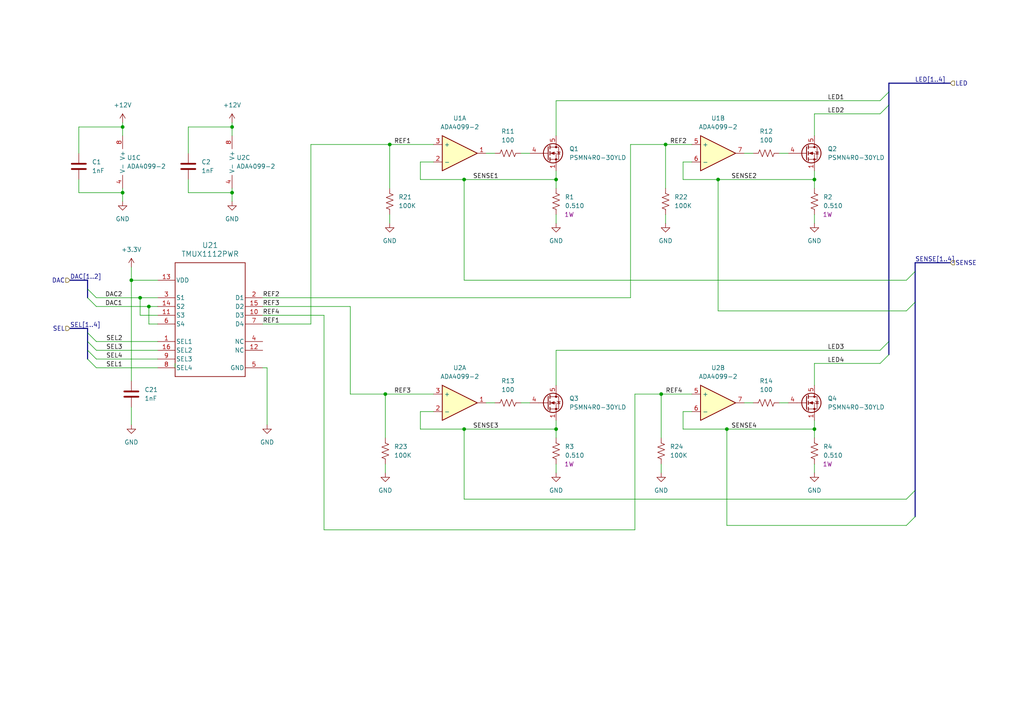
<source format=kicad_sch>
(kicad_sch (version 20230121) (generator eeschema)
  (paper "A4")
  (lib_symbols
    (symbol "$Local:TMUX1112PWR" (pin_names (offset 0.254))
      (property "Reference" "U" (at 0 2.54 0))
      (property "Value" "TMUX1112PWR" (at 0 0 0))
      (symbol "TMUX1112PWR_0_1"
        (polyline (pts (xy 5.08 -27.94) (xy 25.4 -27.94)) (stroke (width 0.2032)))
        (polyline (pts (xy 5.08 5.08) (xy 5.08 -27.94)) (stroke (width 0.2032)))
        (polyline (pts (xy 25.4 -27.94) (xy 25.4 5.08)) (stroke (width 0.2032)))
        (polyline (pts (xy 25.4 5.08) (xy 5.08 5.08)) (stroke (width 0.2032)))
        (pin input line (at 0 -17.78 0) (length 5.08) (name "SEL1") (number "1"))
        (pin bidirectional line (at 30.48 -10.16 180) (length 5.08) (name "D3") (number "10"))
        (pin bidirectional line (at 0 -10.16 0) (length 5.08) (name "S3") (number "11"))
        (pin unspecified line (at 30.48 -20.32 180) (length 5.08) (name "NC") (number "12"))
        (pin power_in line (at 0 0 0) (length 5.08) (name "VDD") (number "13"))
        (pin bidirectional line (at 0 -7.62 0) (length 5.08) (name "S2") (number "14"))
        (pin bidirectional line (at 30.48 -7.62 180) (length 5.08) (name "D2") (number "15"))
        (pin input line (at 0 -20.32 0) (length 5.08) (name "SEL2") (number "16"))
        (pin bidirectional line (at 30.48 -5.08 180) (length 5.08) (name "D1") (number "2"))
        (pin bidirectional line (at 0 -5.08 0) (length 5.08) (name "S1") (number "3"))
        (pin unspecified line (at 30.48 -17.78 180) (length 5.08) (name "NC") (number "4"))
        (pin power_in line (at 30.48 -25.4 180) (length 5.08) (name "GND") (number "5"))
        (pin bidirectional line (at 0 -12.7 0) (length 5.08) (name "S4") (number "6"))
        (pin bidirectional line (at 30.48 -12.7 180) (length 5.08) (name "D4") (number "7"))
        (pin input line (at 0 -25.4 0) (length 5.08) (name "SEL4") (number "8"))
        (pin input line (at 0 -22.86 0) (length 5.08) (name "SEL3") (number "9"))
      )
    )
    (symbol "Device:C" (pin_numbers hide) (pin_names (offset 0.254))
      (property "Reference" "C" (at 0.635 2.54 0))
      (property "Value" "C" (at 0.635 -2.54 0))
      (symbol "C_0_1"
        (polyline (pts (xy -2.032 -0.762) (xy 2.032 -0.762)) (stroke (width 0.508)))
        (polyline (pts (xy -2.032 0.762) (xy 2.032 0.762)) (stroke (width 0.508)))
      )
      (symbol "C_1_1"
        (pin passive line (at 0 3.81 270) (length 2.794) (name "~") (number "1"))
        (pin passive line (at 0 -3.81 90) (length 2.794) (name "~") (number "2"))
      )
    )
    (symbol "Device:Opamp_Dual"
      (property "Reference" "U" (at 0 5.08 0))
      (property "Value" "Opamp_Dual" (at 0 -5.08 0))
      (symbol "Opamp_Dual_1_1"
        (polyline (pts (xy -5.08 5.08) (xy 5.08 0) (xy -5.08 -5.08) (xy -5.08 5.08)) (stroke (width 0.254)) (fill (type background)))
        (pin output line (at 7.62 0 180) (length 2.54) (name "~") (number "1"))
        (pin input line (at -7.62 -2.54 0) (length 2.54) (name "-") (number "2"))
        (pin input line (at -7.62 2.54 0) (length 2.54) (name "+") (number "3"))
      )
      (symbol "Opamp_Dual_2_1"
        (polyline (pts (xy -5.08 5.08) (xy 5.08 0) (xy -5.08 -5.08) (xy -5.08 5.08)) (stroke (width 0.254)) (fill (type background)))
        (pin input line (at -7.62 2.54 0) (length 2.54) (name "+") (number "5"))
        (pin input line (at -7.62 -2.54 0) (length 2.54) (name "-") (number "6"))
        (pin output line (at 7.62 0 180) (length 2.54) (name "~") (number "7"))
      )
      (symbol "Opamp_Dual_3_1"
        (pin power_in line (at -2.54 -7.62 90) (length 3.81) (name "V-") (number "4"))
        (pin power_in line (at -2.54 7.62 270) (length 3.81) (name "V+") (number "8"))
      )
    )
    (symbol "Device:R_US" (pin_numbers hide) (pin_names (offset 0))
      (property "Reference" "R" (at 2.54 0 90))
      (property "Value" "R_US" (at -2.54 0 90))
      (symbol "R_US_0_1"
        (polyline (pts (xy 0 -2.286) (xy 0 -2.54)))
        (polyline (pts (xy 0 2.286) (xy 0 2.54)))
        (polyline (pts (xy 0 -0.762) (xy 1.016 -1.143) (xy 0 -1.524) (xy -1.016 -1.905) (xy 0 -2.286)))
        (polyline (pts (xy 0 0.762) (xy 1.016 0.381) (xy 0 0) (xy -1.016 -0.381) (xy 0 -0.762)))
        (polyline (pts (xy 0 2.286) (xy 1.016 1.905) (xy 0 1.524) (xy -1.016 1.143) (xy 0 0.762)))
      )
      (symbol "R_US_1_1"
        (pin passive line (at 0 3.81 270) (length 1.27) (name "~") (number "1"))
        (pin passive line (at 0 -3.81 90) (length 1.27) (name "~") (number "2"))
      )
    )
    (symbol "Transistor_FET:PSMN5R2-60YL" (pin_names hide)
      (property "Reference" "Q" (at 6.35 2.54 0))
      (property "Value" "PSMN5R2-60YL" (at 12.7 0 0))
      (symbol "PSMN5R2-60YL_0_1"
        (polyline (pts (xy 0.254 0) (xy -2.54 0)))
        (polyline (pts (xy 0.254 1.905) (xy 0.254 -1.905)) (stroke (width 0.254)))
        (polyline (pts (xy 0.762 -1.27) (xy 0.762 -2.286)) (stroke (width 0.254)))
        (polyline (pts (xy 0.762 0.508) (xy 0.762 -0.508)) (stroke (width 0.254)))
        (polyline (pts (xy 0.762 2.286) (xy 0.762 1.27)) (stroke (width 0.254)))
        (polyline (pts (xy 2.54 2.54) (xy 2.54 1.778)))
        (polyline (pts (xy 2.54 -2.54) (xy 2.54 0) (xy 0.762 0)))
        (polyline (pts (xy 0.762 -1.778) (xy 3.302 -1.778) (xy 3.302 1.778) (xy 0.762 1.778)))
        (polyline (pts (xy 1.016 0) (xy 2.032 0.381) (xy 2.032 -0.381) (xy 1.016 0)) (fill (type outline)))
        (polyline (pts (xy 2.794 0.508) (xy 2.921 0.381) (xy 3.683 0.381) (xy 3.81 0.254)))
        (polyline (pts (xy 3.302 0.381) (xy 2.921 -0.254) (xy 3.683 -0.254) (xy 3.302 0.381)))
        (circle (center 1.651 0) (radius 2.794) (stroke (width 0.254)))
        (circle (center 2.54 -1.778) (radius 0.254) (fill (type outline)))
        (circle (center 2.54 1.778) (radius 0.254) (fill (type outline)))
      )
      (symbol "PSMN5R2-60YL_1_1"
        (pin passive line (at 2.54 -5.08 90) (length 2.54) (name "S") (number "1"))
        (pin passive line (at 2.54 -5.08 90) (length 2.54) hide (name "S") (number "2"))
        (pin passive line (at 2.54 -5.08 90) (length 2.54) hide (name "S") (number "3"))
        (pin passive line (at -5.08 0 0) (length 2.54) (name "G") (number "4"))
        (pin passive line (at 2.54 5.08 270) (length 2.54) (name "D") (number "5"))
      )
    )
    (symbol "power:+12V" (power) (pin_names (offset 0))
      (property "Value" "+12V" (at 0 3.556 0))
      (symbol "+12V_0_1"
        (polyline (pts (xy -0.762 1.27) (xy 0 2.54)))
        (polyline (pts (xy 0 0) (xy 0 2.54)))
        (polyline (pts (xy 0 2.54) (xy 0.762 1.27)))
      )
      (symbol "+12V_1_1"
        (pin power_in line (at 0 0 90) (length 0) hide (name "+12V") (number "1"))
      )
    )
    (symbol "power:+3.3V" (power) (pin_names (offset 0))
      (property "Value" "+3.3V" (at 0 3.556 0))
      (symbol "+3.3V_0_1"
        (polyline (pts (xy -0.762 1.27) (xy 0 2.54)))
        (polyline (pts (xy 0 0) (xy 0 2.54)))
        (polyline (pts (xy 0 2.54) (xy 0.762 1.27)))
      )
      (symbol "+3.3V_1_1"
        (pin power_in line (at 0 0 90) (length 0) hide (name "+3.3V") (number "1"))
      )
    )
    (symbol "power:GND" (power) (pin_names (offset 0))
      (property "Value" "GND" (at 0 -3.81 0))
      (symbol "GND_0_1"
        (polyline (pts (xy 0 0) (xy 0 -1.27) (xy 1.27 -1.27) (xy 0 -2.54) (xy -1.27 -1.27) (xy 0 -1.27)))
      )
      (symbol "GND_1_1"
        (pin power_in line (at 0 0 270) (length 0) hide (name "GND") (number "1"))
      )
    )
  )
  (junction (at 111.76 114.3))
  (junction (at 38.1 81.28))
  (junction (at 35.56 36.83))
  (junction (at 67.31 36.83))
  (junction (at 161.29 124.46))
  (junction (at 134.62 124.46))
  (junction (at 134.62 52.07))
  (junction (at 236.22 124.46))
  (junction (at 67.31 55.88))
  (junction (at 43.18 88.9))
  (junction (at 40.64 86.36))
  (junction (at 193.04 41.91))
  (junction (at 161.29 52.07))
  (junction (at 191.77 114.3))
  (junction (at 236.22 52.07))
  (junction (at 35.56 55.88))
  (junction (at 113.03 41.91))
  (junction (at 210.82 124.46))
  (junction (at 208.28 52.07))
  (bus_entry (at 257.81 102.87) (size -2.54 2.54))
  (bus_entry (at 257.81 30.48) (size -2.54 2.54))
  (bus_entry (at 262.89 90.17) (size 2.54 -2.54))
  (bus_entry (at 262.89 144.78) (size 2.54 -2.54))
  (bus_entry (at 262.89 152.4) (size 2.54 -2.54))
  (bus_entry (at 25.4 83.82) (size 2.54 2.54))
  (bus_entry (at 25.4 104.14) (size 2.54 2.54))
  (bus_entry (at 25.4 96.52) (size 2.54 2.54))
  (bus_entry (at 257.81 26.67) (size -2.54 2.54))
  (bus_entry (at 257.81 99.06) (size -2.54 2.54))
  (bus_entry (at 262.89 81.28) (size 2.54 -2.54))
  (bus_entry (at 25.4 86.36) (size 2.54 2.54))
  (bus_entry (at 25.4 99.06) (size 2.54 2.54))
  (bus_entry (at 25.4 101.6) (size 2.54 2.54))
  (bus (pts (xy 20.32 81.28) (xy 25.4 81.28)))
  (wire (pts (xy 27.94 104.14) (xy 45.72 104.14)))
  (wire (pts (xy 45.72 93.98) (xy 43.18 93.98)))
  (bus (pts (xy 275.59 24.13) (xy 257.81 24.13)))
  (wire (pts (xy 121.92 119.38) (xy 125.73 119.38)))
  (wire (pts (xy 193.04 62.23) (xy 193.04 64.77)))
  (wire (pts (xy 198.12 124.46) (xy 198.12 119.38)))
  (wire (pts (xy 35.56 55.88) (xy 35.56 58.42)))
  (wire (pts (xy 236.22 134.62) (xy 236.22 137.16)))
  (wire (pts (xy 22.86 52.07) (xy 22.86 55.88)))
  (wire (pts (xy 193.04 41.91) (xy 193.04 54.61)))
  (bus (pts (xy 257.81 26.67) (xy 257.81 30.48)))
  (wire (pts (xy 35.56 35.56) (xy 35.56 36.83)))
  (wire (pts (xy 67.31 54.61) (xy 67.31 55.88)))
  (wire (pts (xy 76.2 106.68) (xy 77.47 106.68)))
  (bus (pts (xy 265.43 76.2) (xy 265.43 78.74)))
  (wire (pts (xy 140.97 116.84) (xy 143.51 116.84)))
  (wire (pts (xy 161.29 134.62) (xy 161.29 137.16)))
  (wire (pts (xy 76.2 88.9) (xy 101.6 88.9)))
  (wire (pts (xy 140.97 44.45) (xy 143.51 44.45)))
  (wire (pts (xy 208.28 52.07) (xy 236.22 52.07)))
  (bus (pts (xy 25.4 101.6) (xy 25.4 104.14)))
  (wire (pts (xy 191.77 114.3) (xy 200.66 114.3)))
  (wire (pts (xy 208.28 90.17) (xy 208.28 52.07)))
  (wire (pts (xy 161.29 124.46) (xy 161.29 127)))
  (wire (pts (xy 35.56 55.88) (xy 22.86 55.88)))
  (wire (pts (xy 67.31 55.88) (xy 67.31 58.42)))
  (bus (pts (xy 20.32 95.25) (xy 25.4 95.25)))
  (wire (pts (xy 134.62 124.46) (xy 134.62 144.78)))
  (wire (pts (xy 111.76 114.3) (xy 125.73 114.3)))
  (wire (pts (xy 54.61 52.07) (xy 54.61 55.88)))
  (wire (pts (xy 76.2 91.44) (xy 93.98 91.44)))
  (wire (pts (xy 134.62 124.46) (xy 121.92 124.46)))
  (wire (pts (xy 93.98 91.44) (xy 93.98 153.67)))
  (wire (pts (xy 184.15 114.3) (xy 184.15 153.67)))
  (wire (pts (xy 182.88 86.36) (xy 182.88 41.91)))
  (wire (pts (xy 198.12 46.99) (xy 200.66 46.99)))
  (wire (pts (xy 161.29 49.53) (xy 161.29 52.07)))
  (wire (pts (xy 22.86 36.83) (xy 35.56 36.83)))
  (wire (pts (xy 38.1 77.47) (xy 38.1 81.28)))
  (wire (pts (xy 67.31 36.83) (xy 67.31 39.37)))
  (bus (pts (xy 25.4 96.52) (xy 25.4 99.06)))
  (bus (pts (xy 265.43 76.2) (xy 275.59 76.2)))
  (wire (pts (xy 90.17 41.91) (xy 90.17 93.98)))
  (wire (pts (xy 45.72 81.28) (xy 38.1 81.28)))
  (wire (pts (xy 236.22 62.23) (xy 236.22 64.77)))
  (bus (pts (xy 265.43 142.24) (xy 265.43 149.86)))
  (wire (pts (xy 215.9 44.45) (xy 218.44 44.45)))
  (wire (pts (xy 161.29 101.6) (xy 255.27 101.6)))
  (wire (pts (xy 121.92 124.46) (xy 121.92 119.38)))
  (wire (pts (xy 113.03 62.23) (xy 113.03 64.77)))
  (wire (pts (xy 226.06 44.45) (xy 228.6 44.45)))
  (wire (pts (xy 27.94 99.06) (xy 45.72 99.06)))
  (wire (pts (xy 121.92 46.99) (xy 125.73 46.99)))
  (wire (pts (xy 210.82 124.46) (xy 198.12 124.46)))
  (wire (pts (xy 236.22 33.02) (xy 255.27 33.02)))
  (wire (pts (xy 215.9 116.84) (xy 218.44 116.84)))
  (wire (pts (xy 40.64 91.44) (xy 45.72 91.44)))
  (wire (pts (xy 113.03 41.91) (xy 125.73 41.91)))
  (wire (pts (xy 210.82 124.46) (xy 210.82 152.4)))
  (wire (pts (xy 35.56 54.61) (xy 35.56 55.88)))
  (wire (pts (xy 38.1 81.28) (xy 38.1 110.49)))
  (wire (pts (xy 111.76 134.62) (xy 111.76 137.16)))
  (wire (pts (xy 236.22 124.46) (xy 236.22 127)))
  (wire (pts (xy 134.62 81.28) (xy 262.89 81.28)))
  (wire (pts (xy 161.29 62.23) (xy 161.29 64.77)))
  (wire (pts (xy 35.56 36.83) (xy 35.56 39.37)))
  (bus (pts (xy 25.4 95.25) (xy 25.4 96.52)))
  (wire (pts (xy 161.29 111.76) (xy 161.29 101.6)))
  (bus (pts (xy 257.81 30.48) (xy 257.81 99.06)))
  (wire (pts (xy 90.17 93.98) (xy 76.2 93.98)))
  (wire (pts (xy 113.03 41.91) (xy 90.17 41.91)))
  (wire (pts (xy 111.76 114.3) (xy 101.6 114.3)))
  (wire (pts (xy 27.94 88.9) (xy 43.18 88.9)))
  (wire (pts (xy 76.2 86.36) (xy 182.88 86.36)))
  (wire (pts (xy 45.72 88.9) (xy 43.18 88.9)))
  (wire (pts (xy 191.77 114.3) (xy 184.15 114.3)))
  (wire (pts (xy 50.8 105.41) (xy 50.8 106.68)))
  (wire (pts (xy 113.03 54.61) (xy 113.03 41.91)))
  (wire (pts (xy 43.18 88.9) (xy 43.18 93.98)))
  (wire (pts (xy 236.22 49.53) (xy 236.22 52.07)))
  (wire (pts (xy 40.64 91.44) (xy 40.64 86.36)))
  (wire (pts (xy 101.6 88.9) (xy 101.6 114.3)))
  (wire (pts (xy 236.22 39.37) (xy 236.22 33.02)))
  (wire (pts (xy 161.29 121.92) (xy 161.29 124.46)))
  (wire (pts (xy 182.88 41.91) (xy 193.04 41.91)))
  (wire (pts (xy 210.82 152.4) (xy 262.89 152.4)))
  (wire (pts (xy 191.77 134.62) (xy 191.77 137.16)))
  (wire (pts (xy 22.86 44.45) (xy 22.86 36.83)))
  (wire (pts (xy 54.61 36.83) (xy 67.31 36.83)))
  (wire (pts (xy 77.47 123.19) (xy 77.47 106.68)))
  (wire (pts (xy 191.77 127) (xy 191.77 114.3)))
  (wire (pts (xy 38.1 118.11) (xy 38.1 123.19)))
  (wire (pts (xy 67.31 35.56) (xy 67.31 36.83)))
  (wire (pts (xy 134.62 52.07) (xy 134.62 81.28)))
  (wire (pts (xy 198.12 119.38) (xy 200.66 119.38)))
  (wire (pts (xy 134.62 144.78) (xy 262.89 144.78)))
  (wire (pts (xy 151.13 116.84) (xy 153.67 116.84)))
  (bus (pts (xy 25.4 83.82) (xy 25.4 86.36)))
  (wire (pts (xy 200.66 41.91) (xy 193.04 41.91)))
  (wire (pts (xy 134.62 52.07) (xy 121.92 52.07)))
  (wire (pts (xy 27.94 106.68) (xy 45.72 106.68)))
  (bus (pts (xy 25.4 81.28) (xy 25.4 83.82)))
  (wire (pts (xy 151.13 44.45) (xy 153.67 44.45)))
  (wire (pts (xy 198.12 52.07) (xy 208.28 52.07)))
  (wire (pts (xy 161.29 124.46) (xy 134.62 124.46)))
  (wire (pts (xy 236.22 52.07) (xy 236.22 54.61)))
  (wire (pts (xy 226.06 116.84) (xy 228.6 116.84)))
  (wire (pts (xy 236.22 124.46) (xy 210.82 124.46)))
  (wire (pts (xy 236.22 121.92) (xy 236.22 124.46)))
  (wire (pts (xy 262.89 90.17) (xy 208.28 90.17)))
  (wire (pts (xy 54.61 44.45) (xy 54.61 36.83)))
  (wire (pts (xy 236.22 105.41) (xy 255.27 105.41)))
  (wire (pts (xy 198.12 52.07) (xy 198.12 46.99)))
  (wire (pts (xy 111.76 127) (xy 111.76 114.3)))
  (bus (pts (xy 25.4 99.06) (xy 25.4 101.6)))
  (wire (pts (xy 27.94 101.6) (xy 45.72 101.6)))
  (bus (pts (xy 265.43 78.74) (xy 265.43 87.63)))
  (wire (pts (xy 40.64 86.36) (xy 45.72 86.36)))
  (wire (pts (xy 27.94 86.36) (xy 40.64 86.36)))
  (wire (pts (xy 236.22 111.76) (xy 236.22 105.41)))
  (wire (pts (xy 161.29 52.07) (xy 134.62 52.07)))
  (bus (pts (xy 257.81 24.13) (xy 257.81 26.67)))
  (wire (pts (xy 184.15 153.67) (xy 93.98 153.67)))
  (wire (pts (xy 161.29 39.37) (xy 161.29 29.21)))
  (wire (pts (xy 161.29 52.07) (xy 161.29 54.61)))
  (wire (pts (xy 121.92 52.07) (xy 121.92 46.99)))
  (wire (pts (xy 161.29 29.21) (xy 255.27 29.21)))
  (wire (pts (xy 67.31 55.88) (xy 54.61 55.88)))
  (bus (pts (xy 257.81 99.06) (xy 257.81 102.87)))
  (bus (pts (xy 265.43 87.63) (xy 265.43 142.24)))
  (label "SEL4" (at 35.56 104.14 180))
  (label "LED[1..4]" (at 274.32 24.13 180))
  (label "SENSE[1..4]" (at 265.43 76.2 0))
  (label "LED4" (at 240.03 105.41 0))
  (label "REF4" (at 76.2 91.44 0))
  (label "SENSE4" (at 212.09 124.46 0))
  (label "REF2" (at 194.31 41.91 0))
  (label "SEL1" (at 35.56 106.68 180))
  (label "LED3" (at 240.03 101.6 0))
  (label "REF3" (at 76.2 88.9 0))
  (label "SEL3" (at 35.56 101.6 180))
  (label "REF1" (at 114.3 41.91 0))
  (label "SENSE1" (at 137.16 52.07 0))
  (label "SEL[1..4]" (at 20.32 95.25 0))
  (label "REF3" (at 114.3 114.3 0))
  (label "REF4" (at 193.04 114.3 0))
  (label "LED1" (at 240.03 29.21 0))
  (label "SENSE3" (at 137.16 124.46 0))
  (label "SENSE2" (at 212.09 52.07 0))
  (label "LED2" (at 240.03 33.02 0))
  (label "REF1" (at 76.2 93.98 0))
  (label "DAC2" (at 30.48 86.36 0))
  (label "DAC[1..2]" (at 20.32 81.28 0))
  (label "DAC1" (at 30.48 88.9 0))
  (label "REF2" (at 76.2 86.36 0))
  (label "SEL2" (at 35.56 99.06 180))
  (hierarchical_label "SEL" (shape input) (at 20.32 95.25 180))
  (hierarchical_label "DAC" (shape input) (at 20.32 81.28 180))
  (hierarchical_label "LED" (shape input) (at 275.59 24.13 0))
  (hierarchical_label "SENSE" (shape input) (at 275.59 76.2 0))
  (symbol (lib_id "power:+12V") (at 67.31 35.56 0) (unit 1)
    (property "Reference" "#PWR011" (effects hide))
    (property "Value" "+12V" (at 67.31 30.48 0))
    (instances (project "pbm_driver4" (path "" (reference "#PWR011") (unit 1)) (path "" (reference "#PWR05") (unit 1)) (path "" (reference "#PWR020") (unit 1))))
  )
  (symbol (lib_id "Device:C") (at 54.61 48.26 0) (unit 1)
    (property "Reference" "C2" (at 58.42 46.99 0) (effects (justify left)))
    (property "Value" "1nF" (at 58.42 49.53 0) (effects (justify left)))
    (property "Footprint" "Capacitor_SMD:C_0603_1608Metric" (effects hide))
    (instances (project "pbm_driver4" (path "" (reference "C2") (unit 1)) (path "" (reference "C2") (unit 1)) (path "" (reference "C4") (unit 1))))
  )
  (symbol (lib_id "power:GND") (at 236.22 137.16 0) (unit 1)
    (property "Reference" "#PWR014" (effects hide))
    (property "Value" "GND" (at 236.22 142.24 0))
    (instances (project "pbm_driver4" (path "" (reference "#PWR014") (unit 1)) (path "" (reference "#PWR015") (unit 1)) (path "" (reference "#PWR030") (unit 1))))
  )
  (symbol (lib_id "Device:R_US") (at 236.22 130.81 0) (unit 1)
    (property "Reference" "R4" (at 238.76 129.54 0) (effects (justify left)))
    (property "Value" "0.510" (at 238.76 132.08 0) (effects (justify left)))
    (property "Footprint" "Resistor_SMD:R_1210_3225Metric_Pad1.30x2.65mm_HandSolder" (effects hide))
    (property "Mfg PN" "RCWE1210R510FKEA" (effects hide))
    (property "Mfg" "Vishay Dale" (effects hide))
    (property "Digikey" "RCWE.51FCT-ND" (effects hide))
    (property "Description" "RES 0.51 OHM 1% 1W 1210" (effects hide))
    (property "Power" "1W" (at 240.03 134.62 0))
    (instances (project "pbm_driver4" (path "" (reference "R4") (unit 1)) (path "" (reference "R4") (unit 1)) (path "" (reference "R8") (unit 1))))
  )
  (symbol (lib_id "Device:R_US") (at 191.77 130.81 0) (unit 1)
    (property "Reference" "R24" (at 194.31 129.54 0) (effects (justify left)))
    (property "Value" "100K" (at 194.31 132.08 0) (effects (justify left)))
    (property "Footprint" "Resistor_SMD:R_0603_1608Metric_Pad0.98x0.95mm_HandSolder" (effects hide))
    (property "Mfg PN" "CRCW0603100KFKEA" (effects hide))
    (property "Mfg" "Vishay Dale" (effects hide))
    (property "Digikey" "541-100KHCT-ND" (effects hide))
    (property "Description" "RES SMD 100K OHM 1% 1/10W 0603" (effects hide))
    (instances (project "pbm_driver4" (path "" (reference "R24") (unit 1)) (path "" (reference "R24") (unit 1)) (path "" (reference "R28") (unit 1))))
  )
  (symbol (lib_id "Device:R_US") (at 236.22 58.42 0) (unit 1)
    (property "Reference" "R2" (at 238.76 57.15 0) (effects (justify left)))
    (property "Value" "0.510" (at 238.76 59.69 0) (effects (justify left)))
    (property "Footprint" "Resistor_SMD:R_1210_3225Metric_Pad1.30x2.65mm_HandSolder" (effects hide))
    (property "Mfg PN" "RCWE1210R510FKEA" (effects hide))
    (property "Mfg" "Vishay Dale" (effects hide))
    (property "Digikey" "RCWE.51FCT-ND" (effects hide))
    (property "Description" "RES 0.51 OHM 1% 1W 1210" (effects hide))
    (property "Power" "1W" (at 240.03 62.23 0))
    (instances (project "pbm_driver4" (path "" (reference "R2") (unit 1)) (path "" (reference "R2") (unit 1)) (path "" (reference "R6") (unit 1))))
  )
  (symbol (lib_id "power:GND") (at 111.76 137.16 0) (unit 1)
    (property "Reference" "#PWR017" (effects hide))
    (property "Value" "GND" (at 111.76 142.24 0))
    (instances (project "pbm_driver4" (path "" (reference "#PWR017") (unit 1)) (path "" (reference "#PWR08") (unit 1)) (path "" (reference "#PWR023") (unit 1))))
  )
  (symbol (lib_id "power:GND") (at 35.56 58.42 0) (unit 1)
    (property "Reference" "#PWR03" (effects hide))
    (property "Value" "GND" (at 35.56 63.5 0))
    (instances (project "pbm_driver4" (path "" (reference "#PWR03") (unit 1)) (path "" (reference "#PWR02") (unit 1)) (path "" (reference "#PWR017") (unit 1))))
  )
  (symbol (lib_id "Device:Opamp_Dual") (at 38.1 46.99 0) (unit 3)
    (property "Reference" "U1" (at 36.83 45.72 0) (effects (justify left)))
    (property "Value" "ADA4099-2" (at 36.83 48.26 0) (effects (justify left)))
    (property "Footprint" "Package_SO:SOIC-8_3.9x4.9mm_P1.27mm" (effects hide))
    (property "Digikey" "505-ADA4099-2BRZ-ND" (effects hide))
    (property "Mfg PN" "ADA4099-2BRZ" (effects hide))
    (property "Mfg" "Analog Devices Inc." (effects hide))
    (property "Description" "DUAL PRECISION 10MHZ, 7V/US OTT" (effects hide))
    (instances (project "pbm_driver4" (path "" (reference "U1") (unit 3)) (path "" (reference "U1") (unit 3)) (path "" (reference "U3") (unit 3))))
  )
  (symbol (lib_id "Transistor_FET:PSMN5R2-60YL") (at 233.68 44.45 0) (unit 1)
    (property "Reference" "Q2" (at 240.03 43.18 0) (effects (justify left)))
    (property "Value" "PSMN4R0-30YLD" (at 240.03 45.72 0) (effects (justify left)))
    (property "Footprint" "Package_TO_SOT_SMD:LFPAK56" (effects hide))
    (property "Datasheet" "https://assets.nexperia.com/documents/data-sheet/PSMN4R0-30YLD.pdf" (effects hide))
    (property "Vendor" "Nexperia" (effects hide))
    (instances (project "pbm_driver4" (path "" (reference "Q2") (unit 1)) (path "" (reference "Q2") (unit 1)) (path "" (reference "Q6") (unit 1))))
  )
  (symbol (lib_id "Device:Opamp_Dual") (at 208.28 44.45 0) (unit 2)
    (property "Reference" "U1" (at 208.28 34.29 0))
    (property "Value" "ADA4099-2" (at 208.28 36.83 0))
    (property "Footprint" "Package_SO:SOIC-8_3.9x4.9mm_P1.27mm" (effects hide))
    (property "Digikey" "505-ADA4099-2BRZ-ND" (effects hide))
    (property "Mfg PN" "ADA4099-2BRZ" (effects hide))
    (property "Mfg" "Analog Devices Inc." (effects hide))
    (property "Description" "DUAL PRECISION 10MHZ, 7V/US OTT" (effects hide))
    (instances (project "pbm_driver4" (path "" (reference "U1") (unit 2)) (path "" (reference "U1") (unit 2)) (path "" (reference "U3") (unit 2))))
  )
  (symbol (lib_id "Device:R_US") (at 147.32 44.45 90) (unit 1)
    (property "Reference" "R11" (at 147.32 38.1 90))
    (property "Value" "100" (at 147.32 40.64 90))
    (property "Footprint" "Resistor_SMD:R_0603_1608Metric_Pad0.98x0.95mm_HandSolder" (effects hide))
    (property "Mfg PN" "CRCW0603100RFKEA" (effects hide))
    (property "Mfg" "Vishay Dale" (effects hide))
    (property "Digikey" "541-100HCT-ND" (effects hide))
    (property "Description" "RES SMD 100 OHM 1% 1/10W 0603" (effects hide))
    (instances (project "pbm_driver4" (path "" (reference "R11") (unit 1)) (path "" (reference "R11") (unit 1)) (path "" (reference "R15") (unit 1))))
  )
  (symbol (lib_id "Device:R_US") (at 193.04 58.42 0) (unit 1)
    (property "Reference" "R22" (at 195.58 57.15 0) (effects (justify left)))
    (property "Value" "100K" (at 195.58 59.69 0) (effects (justify left)))
    (property "Footprint" "Resistor_SMD:R_0603_1608Metric_Pad0.98x0.95mm_HandSolder" (effects hide))
    (property "Mfg PN" "CRCW0603100KFKEA" (effects hide))
    (property "Mfg" "Vishay Dale" (effects hide))
    (property "Digikey" "541-100KHCT-ND" (effects hide))
    (property "Description" "RES SMD 100K OHM 1% 1/10W 0603" (effects hide))
    (instances (project "pbm_driver4" (path "" (reference "R22") (unit 1)) (path "" (reference "R22") (unit 1)) (path "" (reference "R26") (unit 1))))
  )
  (symbol (lib_id "power:+3.3V") (at 38.1 77.47 0) (unit 1)
    (property "Reference" "#PWR07" (effects hide))
    (property "Value" "+3.3V" (at 38.1 72.39 0))
    (instances (project "pbm_driver4" (path "" (reference "#PWR07") (unit 1)) (path "" (reference "#PWR03") (unit 1)) (path "" (reference "#PWR018") (unit 1))))
  )
  (symbol (lib_id "Transistor_FET:PSMN5R2-60YL") (at 158.75 116.84 0) (unit 1)
    (property "Reference" "Q3" (at 165.1 115.57 0) (effects (justify left)))
    (property "Value" "PSMN4R0-30YLD" (at 165.1 118.11 0) (effects (justify left)))
    (property "Footprint" "Package_TO_SOT_SMD:LFPAK56" (effects hide))
    (property "Datasheet" "https://assets.nexperia.com/documents/data-sheet/PSMN4R0-30YLD.pdf" (effects hide))
    (property "Vendor" "Nexperia" (effects hide))
    (instances (project "pbm_driver4" (path "" (reference "Q3") (unit 1)) (path "" (reference "Q3") (unit 1)) (path "" (reference "Q7") (unit 1))))
  )
  (symbol (lib_id "power:GND") (at 193.04 64.77 0) (unit 1)
    (property "Reference" "#PWR016" (effects hide))
    (property "Value" "GND" (at 193.04 69.85 0))
    (instances (project "pbm_driver4" (path "" (reference "#PWR016") (unit 1)) (path "" (reference "#PWR013") (unit 1)) (path "" (reference "#PWR028") (unit 1))))
  )
  (symbol (lib_id "Device:Opamp_Dual") (at 208.28 116.84 0) (unit 2)
    (property "Reference" "U2" (at 208.28 106.68 0))
    (property "Value" "ADA4099-2" (at 208.28 109.22 0))
    (property "Footprint" "Package_SO:SOIC-8_3.9x4.9mm_P1.27mm" (effects hide))
    (property "Digikey" "505-ADA4099-2BRZ-ND" (effects hide))
    (property "Mfg PN" "ADA4099-2BRZ" (effects hide))
    (property "Mfg" "Analog Devices Inc." (effects hide))
    (property "Description" "DUAL PRECISION 10MHZ, 7V/US OTT" (effects hide))
    (instances (project "pbm_driver4" (path "" (reference "U2") (unit 2)) (path "" (reference "U2") (unit 2)) (path "" (reference "U4") (unit 2))))
  )
  (symbol (lib_id "power:GND") (at 191.77 137.16 0) (unit 1)
    (property "Reference" "#PWR018" (effects hide))
    (property "Value" "GND" (at 191.77 142.24 0))
    (instances (project "pbm_driver4" (path "" (reference "#PWR018") (unit 1)) (path "" (reference "#PWR012") (unit 1)) (path "" (reference "#PWR027") (unit 1))))
  )
  (symbol (lib_id "Device:Opamp_Dual") (at 69.85 46.99 0) (unit 3)
    (property "Reference" "U2" (at 68.58 45.72 0) (effects (justify left)))
    (property "Value" "ADA4099-2" (at 68.58 48.26 0) (effects (justify left)))
    (property "Footprint" "Package_SO:SOIC-8_3.9x4.9mm_P1.27mm" (effects hide))
    (property "Digikey" "505-ADA4099-2BRZ-ND" (effects hide))
    (property "Mfg PN" "ADA4099-2BRZ" (effects hide))
    (property "Mfg" "Analog Devices Inc." (effects hide))
    (property "Description" "DUAL PRECISION 10MHZ, 7V/US OTT" (effects hide))
    (instances (project "pbm_driver4" (path "" (reference "U2") (unit 3)) (path "" (reference "U2") (unit 3)) (path "" (reference "U4") (unit 3))))
  )
  (symbol (lib_id "power:GND") (at 38.1 123.19 0) (unit 1)
    (property "Reference" "#PWR010" (effects hide))
    (property "Value" "GND" (at 38.1 128.27 0))
    (instances (project "pbm_driver4" (path "" (reference "#PWR010") (unit 1)) (path "" (reference "#PWR04") (unit 1)) (path "" (reference "#PWR019") (unit 1))))
  )
  (symbol (lib_id "Device:R_US") (at 111.76 130.81 0) (unit 1)
    (property "Reference" "R23" (at 114.3 129.54 0) (effects (justify left)))
    (property "Value" "100K" (at 114.3 132.08 0) (effects (justify left)))
    (property "Footprint" "Resistor_SMD:R_0603_1608Metric_Pad0.98x0.95mm_HandSolder" (effects hide))
    (property "Mfg PN" "CRCW0603100KFKEA" (effects hide))
    (property "Mfg" "Vishay Dale" (effects hide))
    (property "Digikey" "541-100KHCT-ND" (effects hide))
    (property "Description" "RES SMD 100K OHM 1% 1/10W 0603" (effects hide))
    (instances (project "pbm_driver4" (path "" (reference "R23") (unit 1)) (path "" (reference "R23") (unit 1)) (path "" (reference "R27") (unit 1))))
  )
  (symbol (lib_id "Device:C") (at 38.1 114.3 0) (unit 1)
    (property "Reference" "C21" (at 41.91 113.03 0) (effects (justify left)))
    (property "Value" "1nF" (at 41.91 115.57 0) (effects (justify left)))
    (property "Footprint" "Capacitor_SMD:C_0603_1608Metric_Pad1.08x0.95mm_HandSolder" (effects hide))
    (instances (project "pbm_driver4" (path "" (reference "C21") (unit 1)) (path "" (reference "C10") (unit 1)) (path "" (reference "C11") (unit 1))))
  )
  (symbol (lib_id "power:GND") (at 161.29 64.77 0) (unit 1)
    (property "Reference" "#PWR01" (effects hide))
    (property "Value" "GND" (at 161.29 69.85 0))
    (instances (project "pbm_driver4" (path "" (reference "#PWR01") (unit 1)) (path "" (reference "#PWR010") (unit 1)) (path "" (reference "#PWR025") (unit 1))))
  )
  (symbol (lib_id "$Local:TMUX1112PWR") (at 45.72 81.28 0) (unit 1)
    (property "Reference" "U21" (at 60.96 71.12 0) (effects (font (size 1.524 1.524))))
    (property "Value" "TMUX1112PWR" (at 60.96 73.66 0) (effects (font (size 1.524 1.524))))
    (property "Footprint" "$Local:PW0016A-IPC_A" (effects hide))
    (property "Datasheet" "TMUX1112PWR" (effects hide))
    (instances (project "pbm_driver4" (path "" (reference "U21") (unit 1)) (path "" (reference "U10") (unit 1)) (path "" (reference "U11") (unit 1))))
  )
  (symbol (lib_id "Transistor_FET:PSMN5R2-60YL") (at 233.68 116.84 0) (unit 1)
    (property "Reference" "Q4" (at 240.03 115.57 0) (effects (justify left)))
    (property "Value" "PSMN4R0-30YLD" (at 240.03 118.11 0) (effects (justify left)))
    (property "Footprint" "Package_TO_SOT_SMD:LFPAK56" (effects hide))
    (property "Datasheet" "https://assets.nexperia.com/documents/data-sheet/PSMN4R0-30YLD.pdf" (effects hide))
    (property "Vendor" "Nexperia" (effects hide))
    (instances (project "pbm_driver4" (path "" (reference "Q4") (unit 1)) (path "" (reference "Q4") (unit 1)) (path "" (reference "Q8") (unit 1))))
  )
  (symbol (lib_id "power:GND") (at 161.29 137.16 0) (unit 1)
    (property "Reference" "#PWR013" (effects hide))
    (property "Value" "GND" (at 161.29 142.24 0))
    (instances (project "pbm_driver4" (path "" (reference "#PWR013") (unit 1)) (path "" (reference "#PWR011") (unit 1)) (path "" (reference "#PWR026") (unit 1))))
  )
  (symbol (lib_id "power:GND") (at 113.03 64.77 0) (unit 1)
    (property "Reference" "#PWR015" (effects hide))
    (property "Value" "GND" (at 113.03 69.85 0))
    (instances (project "pbm_driver4" (path "" (reference "#PWR015") (unit 1)) (path "" (reference "#PWR09") (unit 1)) (path "" (reference "#PWR024") (unit 1))))
  )
  (symbol (lib_id "power:GND") (at 236.22 64.77 0) (unit 1)
    (property "Reference" "#PWR02" (effects hide))
    (property "Value" "GND" (at 236.22 69.85 0))
    (instances (project "pbm_driver4" (path "" (reference "#PWR02") (unit 1)) (path "" (reference "#PWR014") (unit 1)) (path "" (reference "#PWR029") (unit 1))))
  )
  (symbol (lib_id "Device:Opamp_Dual") (at 133.35 116.84 0) (unit 1)
    (property "Reference" "U2" (at 133.35 106.68 0))
    (property "Value" "ADA4099-2" (at 133.35 109.22 0))
    (property "Footprint" "Package_SO:SOIC-8_3.9x4.9mm_P1.27mm" (effects hide))
    (property "Digikey" "505-ADA4099-2BRZ-ND" (effects hide))
    (property "Mfg PN" "ADA4099-2BRZ" (effects hide))
    (property "Mfg" "Analog Devices Inc." (effects hide))
    (property "Description" "DUAL PRECISION 10MHZ, 7V/US OTT" (effects hide))
    (instances (project "pbm_driver4" (path "" (reference "U2") (unit 1)) (path "" (reference "U2") (unit 1)) (path "" (reference "U4") (unit 1))))
  )
  (symbol (lib_id "power:GND") (at 77.47 123.19 0) (unit 1)
    (property "Reference" "#PWR09" (effects hide))
    (property "Value" "GND" (at 77.47 128.27 0))
    (instances (project "pbm_driver4" (path "" (reference "#PWR09") (unit 1)) (path "" (reference "#PWR07") (unit 1)) (path "" (reference "#PWR022") (unit 1))))
  )
  (symbol (lib_id "Device:R_US") (at 147.32 116.84 90) (unit 1)
    (property "Reference" "R13" (at 147.32 110.49 90))
    (property "Value" "100" (at 147.32 113.03 90))
    (property "Footprint" "Resistor_SMD:R_0603_1608Metric_Pad0.98x0.95mm_HandSolder" (effects hide))
    (property "Mfg PN" "CRCW0603100RFKEA" (effects hide))
    (property "Mfg" "Vishay Dale" (effects hide))
    (property "Digikey" "541-100HCT-ND" (effects hide))
    (property "Description" "RES SMD 100 OHM 1% 1/10W 0603" (effects hide))
    (instances (project "pbm_driver4" (path "" (reference "R13") (unit 1)) (path "" (reference "R13") (unit 1)) (path "" (reference "R17") (unit 1))))
  )
  (symbol (lib_id "Device:R_US") (at 222.25 44.45 90) (unit 1)
    (property "Reference" "R12" (at 222.25 38.1 90))
    (property "Value" "100" (at 222.25 40.64 90))
    (property "Footprint" "Resistor_SMD:R_0603_1608Metric_Pad0.98x0.95mm_HandSolder" (effects hide))
    (property "Mfg PN" "CRCW0603100RFKEA" (effects hide))
    (property "Mfg" "Vishay Dale" (effects hide))
    (property "Digikey" "541-100HCT-ND" (effects hide))
    (property "Description" "RES SMD 100 OHM 1% 1/10W 0603" (effects hide))
    (instances (project "pbm_driver4" (path "" (reference "R12") (unit 1)) (path "" (reference "R12") (unit 1)) (path "" (reference "R16") (unit 1))))
  )
  (symbol (lib_id "Device:R_US") (at 222.25 116.84 90) (unit 1)
    (property "Reference" "R14" (at 222.25 110.49 90))
    (property "Value" "100" (at 222.25 113.03 90))
    (property "Footprint" "Resistor_SMD:R_0603_1608Metric_Pad0.98x0.95mm_HandSolder" (effects hide))
    (property "Mfg PN" "CRCW0603100RFKEA" (effects hide))
    (property "Mfg" "Vishay Dale" (effects hide))
    (property "Digikey" "541-100HCT-ND" (effects hide))
    (property "Description" "RES SMD 100 OHM 1% 1/10W 0603" (effects hide))
    (instances (project "pbm_driver4" (path "" (reference "R14") (unit 1)) (path "" (reference "R14") (unit 1)) (path "" (reference "R18") (unit 1))))
  )
  (symbol (lib_id "power:GND") (at 67.31 58.42 0) (unit 1)
    (property "Reference" "#PWR012" (effects hide))
    (property "Value" "GND" (at 67.31 63.5 0))
    (instances (project "pbm_driver4" (path "" (reference "#PWR012") (unit 1)) (path "" (reference "#PWR06") (unit 1)) (path "" (reference "#PWR021") (unit 1))))
  )
  (symbol (lib_id "Transistor_FET:PSMN5R2-60YL") (at 158.75 44.45 0) (unit 1)
    (property "Reference" "Q1" (at 165.1 43.18 0) (effects (justify left)))
    (property "Value" "PSMN4R0-30YLD" (at 165.1 45.72 0) (effects (justify left)))
    (property "Footprint" "Package_TO_SOT_SMD:LFPAK56" (effects hide))
    (property "Datasheet" "https://assets.nexperia.com/documents/data-sheet/PSMN4R0-30YLD.pdf" (effects hide))
    (property "Vendor" "Nexperia" (effects hide))
    (instances (project "pbm_driver4" (path "" (reference "Q1") (unit 1)) (path "" (reference "Q1") (unit 1)) (path "" (reference "Q5") (unit 1))))
  )
  (symbol (lib_id "Device:R_US") (at 161.29 130.81 0) (unit 1)
    (property "Reference" "R3" (at 163.83 129.54 0) (effects (justify left)))
    (property "Value" "0.510" (at 163.83 132.08 0) (effects (justify left)))
    (property "Footprint" "Resistor_SMD:R_1210_3225Metric_Pad1.30x2.65mm_HandSolder" (effects hide))
    (property "Mfg PN" "RCWE1210R510FKEA" (effects hide))
    (property "Mfg" "Vishay Dale" (effects hide))
    (property "Digikey" "RCWE.51FCT-ND" (effects hide))
    (property "Description" "RES 0.51 OHM 1% 1W 1210" (effects hide))
    (property "Power" "1W" (at 165.1 134.62 0))
    (instances (project "pbm_driver4" (path "" (reference "R3") (unit 1)) (path "" (reference "R3") (unit 1)) (path "" (reference "R7") (unit 1))))
  )
  (symbol (lib_id "Device:R_US") (at 113.03 58.42 0) (unit 1)
    (property "Reference" "R21" (at 115.57 57.15 0) (effects (justify left)))
    (property "Value" "100K" (at 115.57 59.69 0) (effects (justify left)))
    (property "Footprint" "Resistor_SMD:R_0603_1608Metric_Pad0.98x0.95mm_HandSolder" (effects hide))
    (property "Mfg PN" "CRCW0603100KFKEA" (effects hide))
    (property "Mfg" "Vishay Dale" (effects hide))
    (property "Digikey" "541-100KHCT-ND" (effects hide))
    (property "Description" "RES SMD 100K OHM 1% 1/10W 0603" (effects hide))
    (instances (project "pbm_driver4" (path "" (reference "R21") (unit 1)) (path "" (reference "R21") (unit 1)) (path "" (reference "R25") (unit 1))))
  )
  (symbol (lib_id "Device:C") (at 22.86 48.26 0) (unit 1)
    (property "Reference" "C1" (at 26.67 46.99 0) (effects (justify left)))
    (property "Value" "1nF" (at 26.67 49.53 0) (effects (justify left)))
    (property "Footprint" "Capacitor_SMD:C_0603_1608Metric" (effects hide))
    (instances (project "pbm_driver4" (path "" (reference "C1") (unit 1)) (path "" (reference "C1") (unit 1)) (path "" (reference "C3") (unit 1))))
  )
  (symbol (lib_id "Device:R_US") (at 161.29 58.42 0) (unit 1)
    (property "Reference" "R1" (at 163.83 57.15 0) (effects (justify left)))
    (property "Value" "0.510" (at 163.83 59.69 0) (effects (justify left)))
    (property "Footprint" "Resistor_SMD:R_1210_3225Metric_Pad1.30x2.65mm_HandSolder" (effects hide))
    (property "Mfg PN" "RCWE1210R510FKEA" (effects hide))
    (property "Mfg" "Vishay Dale" (effects hide))
    (property "Digikey" "RCWE.51FCT-ND" (effects hide))
    (property "Description" "RES 0.51 OHM 1% 1W 1210" (effects hide))
    (property "Power" "1W" (at 165.1 62.23 0))
    (instances (project "pbm_driver4" (path "" (reference "R1") (unit 1)) (path "" (reference "R1") (unit 1)) (path "" (reference "R5") (unit 1))))
  )
  (symbol (lib_id "Device:Opamp_Dual") (at 133.35 44.45 0) (unit 1)
    (property "Reference" "U1" (at 133.35 34.29 0))
    (property "Value" "ADA4099-2" (at 133.35 36.83 0))
    (property "Footprint" "Package_SO:SOIC-8_3.9x4.9mm_P1.27mm" (effects hide))
    (property "Digikey" "505-ADA4099-2BRZ-ND" (effects hide))
    (property "Mfg PN" "ADA4099-2BRZ" (effects hide))
    (property "Mfg" "Analog Devices Inc." (effects hide))
    (property "Description" "DUAL PRECISION 10MHZ, 7V/US OTT" (effects hide))
    (instances (project "pbm_driver4" (path "" (reference "U1") (unit 1)) (path "" (reference "U1") (unit 1)) (path "" (reference "U3") (unit 1))))
  )
  (symbol (lib_id "power:+12V") (at 35.56 35.56 0) (unit 1)
    (property "Reference" "#PWR05" (effects hide))
    (property "Value" "+12V" (at 35.56 30.48 0))
    (instances (project "pbm_driver4" (path "" (reference "#PWR05") (unit 1)) (path "" (reference "#PWR01") (unit 1)) (path "" (reference "#PWR016") (unit 1))))
  )
)
</source>
